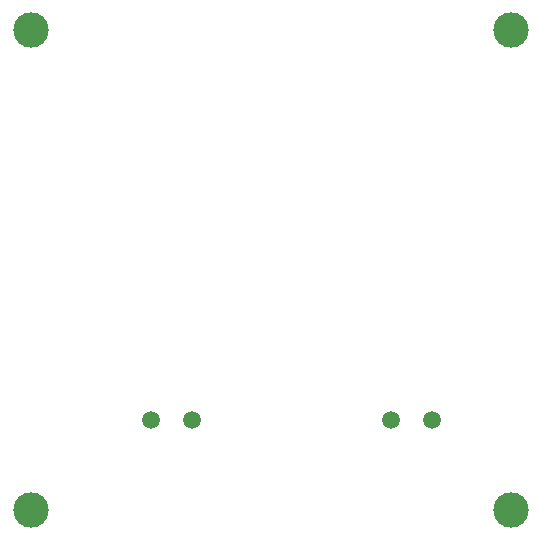
<source format=gbs>
G04 #@! TF.GenerationSoftware,KiCad,Pcbnew,(6.0.6)*
G04 #@! TF.CreationDate,2023-01-14T11:23:39-07:00*
G04 #@! TF.ProjectId,PFCBoard,50464342-6f61-4726-942e-6b696361645f,rev?*
G04 #@! TF.SameCoordinates,Original*
G04 #@! TF.FileFunction,Soldermask,Bot*
G04 #@! TF.FilePolarity,Negative*
%FSLAX46Y46*%
G04 Gerber Fmt 4.6, Leading zero omitted, Abs format (unit mm)*
G04 Created by KiCad (PCBNEW (6.0.6)) date 2023-01-14 11:23:39*
%MOMM*%
%LPD*%
G01*
G04 APERTURE LIST*
%ADD10C,3.000000*%
%ADD11C,1.500000*%
G04 APERTURE END LIST*
D10*
X205740000Y-127000000D03*
X165100000Y-127000000D03*
X205740000Y-86360000D03*
D11*
X195580000Y-119380000D03*
X199080000Y-119380000D03*
D10*
X165100000Y-86360000D03*
D11*
X175260000Y-119380000D03*
X178760000Y-119380000D03*
M02*

</source>
